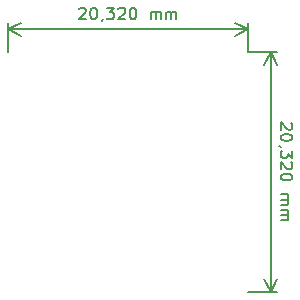
<source format=gbr>
%TF.GenerationSoftware,KiCad,Pcbnew,5.1.6+dfsg1-1~bpo10+1*%
%TF.CreationDate,Date%
%TF.ProjectId,test,74657374-2e6b-4696-9361-645f70636258,v1*%
%TF.SameCoordinates,Original*%
%TF.FileFunction,OtherDrawing,Comment*%
%FSLAX46Y46*%
G04 Gerber Fmt 4.6, Leading zero omitted, Abs format (unit mm)*
G04 Created by KiCad*
%MOMM*%
%LPD*%
G01*
G04 APERTURE LIST*
%ADD10C,0.150000*%
G04 APERTURE END LIST*
D10*
X143357380Y-94917142D02*
X143405000Y-94964761D01*
X143452619Y-95060000D01*
X143452619Y-95298095D01*
X143405000Y-95393333D01*
X143357380Y-95440952D01*
X143262142Y-95488571D01*
X143166904Y-95488571D01*
X143024047Y-95440952D01*
X142452619Y-94869523D01*
X142452619Y-95488571D01*
X143452619Y-96107619D02*
X143452619Y-96202857D01*
X143405000Y-96298095D01*
X143357380Y-96345714D01*
X143262142Y-96393333D01*
X143071666Y-96440952D01*
X142833571Y-96440952D01*
X142643095Y-96393333D01*
X142547857Y-96345714D01*
X142500238Y-96298095D01*
X142452619Y-96202857D01*
X142452619Y-96107619D01*
X142500238Y-96012380D01*
X142547857Y-95964761D01*
X142643095Y-95917142D01*
X142833571Y-95869523D01*
X143071666Y-95869523D01*
X143262142Y-95917142D01*
X143357380Y-95964761D01*
X143405000Y-96012380D01*
X143452619Y-96107619D01*
X142500238Y-96917142D02*
X142452619Y-96917142D01*
X142357380Y-96869523D01*
X142309761Y-96821904D01*
X143452619Y-97250476D02*
X143452619Y-97869523D01*
X143071666Y-97536190D01*
X143071666Y-97679047D01*
X143024047Y-97774285D01*
X142976428Y-97821904D01*
X142881190Y-97869523D01*
X142643095Y-97869523D01*
X142547857Y-97821904D01*
X142500238Y-97774285D01*
X142452619Y-97679047D01*
X142452619Y-97393333D01*
X142500238Y-97298095D01*
X142547857Y-97250476D01*
X143357380Y-98250476D02*
X143405000Y-98298095D01*
X143452619Y-98393333D01*
X143452619Y-98631428D01*
X143405000Y-98726666D01*
X143357380Y-98774285D01*
X143262142Y-98821904D01*
X143166904Y-98821904D01*
X143024047Y-98774285D01*
X142452619Y-98202857D01*
X142452619Y-98821904D01*
X143452619Y-99440952D02*
X143452619Y-99536190D01*
X143405000Y-99631428D01*
X143357380Y-99679047D01*
X143262142Y-99726666D01*
X143071666Y-99774285D01*
X142833571Y-99774285D01*
X142643095Y-99726666D01*
X142547857Y-99679047D01*
X142500238Y-99631428D01*
X142452619Y-99536190D01*
X142452619Y-99440952D01*
X142500238Y-99345714D01*
X142547857Y-99298095D01*
X142643095Y-99250476D01*
X142833571Y-99202857D01*
X143071666Y-99202857D01*
X143262142Y-99250476D01*
X143357380Y-99298095D01*
X143405000Y-99345714D01*
X143452619Y-99440952D01*
X142452619Y-100964761D02*
X143119285Y-100964761D01*
X143024047Y-100964761D02*
X143071666Y-101012380D01*
X143119285Y-101107619D01*
X143119285Y-101250476D01*
X143071666Y-101345714D01*
X142976428Y-101393333D01*
X142452619Y-101393333D01*
X142976428Y-101393333D02*
X143071666Y-101440952D01*
X143119285Y-101536190D01*
X143119285Y-101679047D01*
X143071666Y-101774285D01*
X142976428Y-101821904D01*
X142452619Y-101821904D01*
X142452619Y-102298095D02*
X143119285Y-102298095D01*
X143024047Y-102298095D02*
X143071666Y-102345714D01*
X143119285Y-102440952D01*
X143119285Y-102583809D01*
X143071666Y-102679047D01*
X142976428Y-102726666D01*
X142452619Y-102726666D01*
X142976428Y-102726666D02*
X143071666Y-102774285D01*
X143119285Y-102869523D01*
X143119285Y-103012380D01*
X143071666Y-103107619D01*
X142976428Y-103155238D01*
X142452619Y-103155238D01*
X141605000Y-88900000D02*
X141605000Y-109220000D01*
X139700000Y-88900000D02*
X142191421Y-88900000D01*
X139700000Y-109220000D02*
X142191421Y-109220000D01*
X141605000Y-109220000D02*
X141018579Y-108093496D01*
X141605000Y-109220000D02*
X142191421Y-108093496D01*
X141605000Y-88900000D02*
X141018579Y-90026504D01*
X141605000Y-88900000D02*
X142191421Y-90026504D01*
X125397142Y-85242619D02*
X125444761Y-85195000D01*
X125540000Y-85147380D01*
X125778095Y-85147380D01*
X125873333Y-85195000D01*
X125920952Y-85242619D01*
X125968571Y-85337857D01*
X125968571Y-85433095D01*
X125920952Y-85575952D01*
X125349523Y-86147380D01*
X125968571Y-86147380D01*
X126587619Y-85147380D02*
X126682857Y-85147380D01*
X126778095Y-85195000D01*
X126825714Y-85242619D01*
X126873333Y-85337857D01*
X126920952Y-85528333D01*
X126920952Y-85766428D01*
X126873333Y-85956904D01*
X126825714Y-86052142D01*
X126778095Y-86099761D01*
X126682857Y-86147380D01*
X126587619Y-86147380D01*
X126492380Y-86099761D01*
X126444761Y-86052142D01*
X126397142Y-85956904D01*
X126349523Y-85766428D01*
X126349523Y-85528333D01*
X126397142Y-85337857D01*
X126444761Y-85242619D01*
X126492380Y-85195000D01*
X126587619Y-85147380D01*
X127397142Y-86099761D02*
X127397142Y-86147380D01*
X127349523Y-86242619D01*
X127301904Y-86290238D01*
X127730476Y-85147380D02*
X128349523Y-85147380D01*
X128016190Y-85528333D01*
X128159047Y-85528333D01*
X128254285Y-85575952D01*
X128301904Y-85623571D01*
X128349523Y-85718809D01*
X128349523Y-85956904D01*
X128301904Y-86052142D01*
X128254285Y-86099761D01*
X128159047Y-86147380D01*
X127873333Y-86147380D01*
X127778095Y-86099761D01*
X127730476Y-86052142D01*
X128730476Y-85242619D02*
X128778095Y-85195000D01*
X128873333Y-85147380D01*
X129111428Y-85147380D01*
X129206666Y-85195000D01*
X129254285Y-85242619D01*
X129301904Y-85337857D01*
X129301904Y-85433095D01*
X129254285Y-85575952D01*
X128682857Y-86147380D01*
X129301904Y-86147380D01*
X129920952Y-85147380D02*
X130016190Y-85147380D01*
X130111428Y-85195000D01*
X130159047Y-85242619D01*
X130206666Y-85337857D01*
X130254285Y-85528333D01*
X130254285Y-85766428D01*
X130206666Y-85956904D01*
X130159047Y-86052142D01*
X130111428Y-86099761D01*
X130016190Y-86147380D01*
X129920952Y-86147380D01*
X129825714Y-86099761D01*
X129778095Y-86052142D01*
X129730476Y-85956904D01*
X129682857Y-85766428D01*
X129682857Y-85528333D01*
X129730476Y-85337857D01*
X129778095Y-85242619D01*
X129825714Y-85195000D01*
X129920952Y-85147380D01*
X131444761Y-86147380D02*
X131444761Y-85480714D01*
X131444761Y-85575952D02*
X131492380Y-85528333D01*
X131587619Y-85480714D01*
X131730476Y-85480714D01*
X131825714Y-85528333D01*
X131873333Y-85623571D01*
X131873333Y-86147380D01*
X131873333Y-85623571D02*
X131920952Y-85528333D01*
X132016190Y-85480714D01*
X132159047Y-85480714D01*
X132254285Y-85528333D01*
X132301904Y-85623571D01*
X132301904Y-86147380D01*
X132778095Y-86147380D02*
X132778095Y-85480714D01*
X132778095Y-85575952D02*
X132825714Y-85528333D01*
X132920952Y-85480714D01*
X133063809Y-85480714D01*
X133159047Y-85528333D01*
X133206666Y-85623571D01*
X133206666Y-86147380D01*
X133206666Y-85623571D02*
X133254285Y-85528333D01*
X133349523Y-85480714D01*
X133492380Y-85480714D01*
X133587619Y-85528333D01*
X133635238Y-85623571D01*
X133635238Y-86147380D01*
X139700000Y-86995000D02*
X119380000Y-86995000D01*
X139700000Y-88900000D02*
X139700000Y-86408579D01*
X119380000Y-88900000D02*
X119380000Y-86408579D01*
X119380000Y-86995000D02*
X120506504Y-86408579D01*
X119380000Y-86995000D02*
X120506504Y-87581421D01*
X139700000Y-86995000D02*
X138573496Y-86408579D01*
X139700000Y-86995000D02*
X138573496Y-87581421D01*
M02*

</source>
